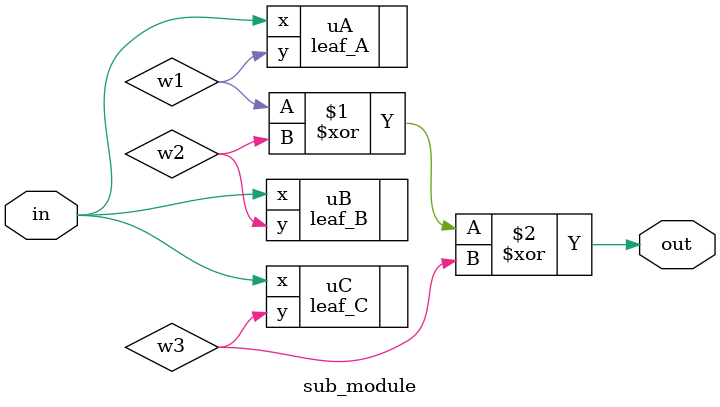
<source format=v>
module sub_module(
    input  wire in,
    output wire out
);
    wire w1, w2, w3;

    leaf_A uA(.x(in), .y(w1));
    leaf_B uB(.x(in), .y(w2));
    leaf_C uC(.x(in), .y(w3));

    assign out = w1 ^ w2 ^ w3;
endmodule

</source>
